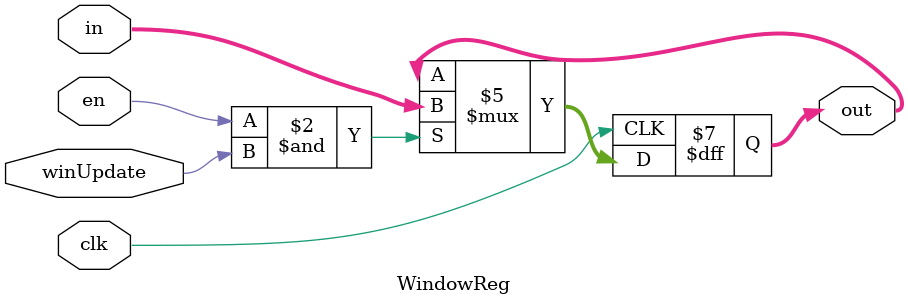
<source format=v>
module WindowReg(input clk, winUpdate, en, input [1:0] in,output reg [1:0] out);
  initial out = 0;
  always @(negedge clk) begin
    if(en & winUpdate) out = in;
    else out = out;
  end
endmodule
</source>
